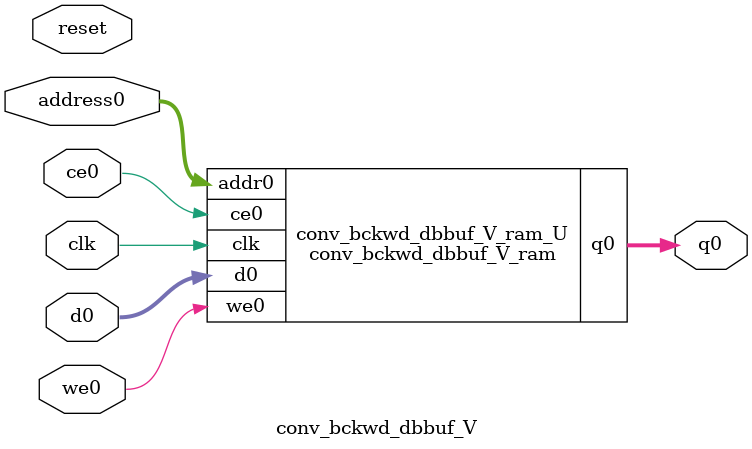
<source format=v>
`timescale 1 ns / 1 ps
module conv_bckwd_dbbuf_V_ram (addr0, ce0, d0, we0, q0,  clk);

parameter DWIDTH = 16;
parameter AWIDTH = 4;
parameter MEM_SIZE = 10;

input[AWIDTH-1:0] addr0;
input ce0;
input[DWIDTH-1:0] d0;
input we0;
output reg[DWIDTH-1:0] q0;
input clk;

reg [DWIDTH-1:0] ram[0:MEM_SIZE-1];




always @(posedge clk)  
begin 
    if (ce0) begin
        if (we0) 
            ram[addr0] <= d0; 
        q0 <= ram[addr0];
    end
end


endmodule

`timescale 1 ns / 1 ps
module conv_bckwd_dbbuf_V(
    reset,
    clk,
    address0,
    ce0,
    we0,
    d0,
    q0);

parameter DataWidth = 32'd16;
parameter AddressRange = 32'd10;
parameter AddressWidth = 32'd4;
input reset;
input clk;
input[AddressWidth - 1:0] address0;
input ce0;
input we0;
input[DataWidth - 1:0] d0;
output[DataWidth - 1:0] q0;



conv_bckwd_dbbuf_V_ram conv_bckwd_dbbuf_V_ram_U(
    .clk( clk ),
    .addr0( address0 ),
    .ce0( ce0 ),
    .we0( we0 ),
    .d0( d0 ),
    .q0( q0 ));

endmodule


</source>
